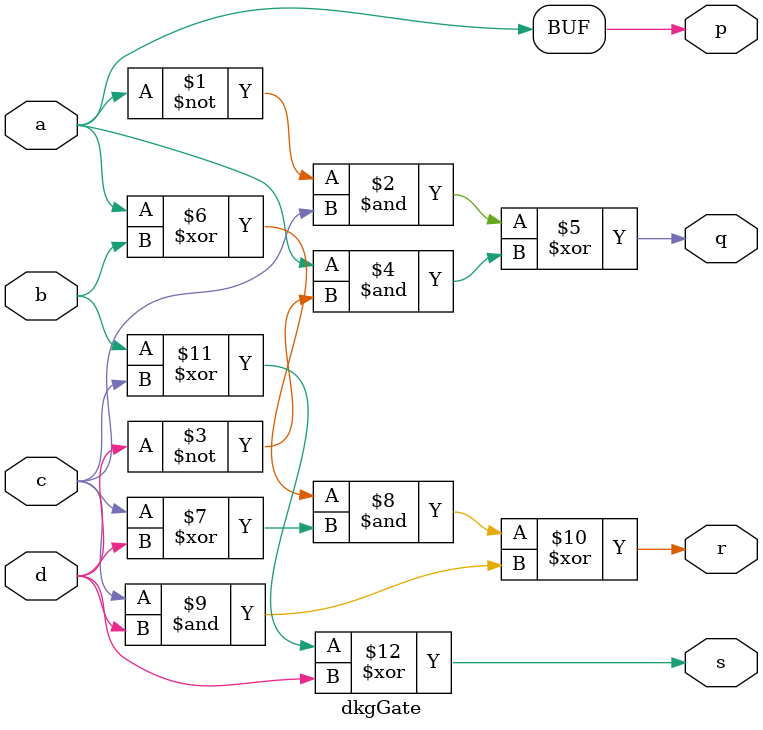
<source format=v>
`timescale 1ns / 1ps

module  feyGate(a, b, p, q);
	input a,b;
	output p,q;
	assign p=a;
	assign q=a^b;
endmodule

module fredGate (a,b,c,p,q,r);
	input a,b,c;
	output p,q,r;
	assign p=a;
	assign q=((~a)&b)^(a&c);
	assign r=((~a)&c)^(a&b);
endmodule

module tofGate (a,b,c,p,q,r);
	input a,b,c;
	output p,q,r;	
	assign p=a;
	assign q=b;
	assign r=(a&b)^c;
endmodule

module dpgGate(a,b,c,d,p,q,r,s);
	input a,b,c,d;
	output p,q,r,s;	
	assign p=a;
	assign q=(a^b);
	assign r=(a^b^c);
	assign s=(((a^b)&c)^((a&b)^d));
endmodule

module dkgGate(a,b,c,d,p,q,r,s);
	input a,b,c,d;
	output p,q,r,s;	
	assign p=a;
	assign q=((~a)&c)^(a&(~d));
	assign r=((a^b)&(c^d)^(c&d));
	assign s=b^c^d;
endmodule
</source>
